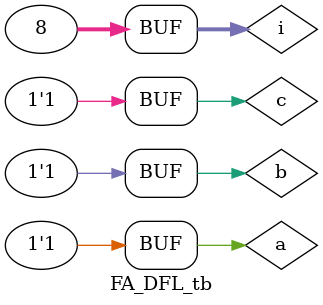
<source format=v>
module FA_DFL(S, C, a, b, c);
    input a, b, c;
    output S, C;
    
    assign S = a ^ b ^ c;
    assign C = (a ^ b) & c | (a & b);

endmodule

module FA_DFL_tb;
    reg a,b,c;
    wire S,C;
    integer i;

    FA_DFL inst(S, C, a, b, c);

    initial begin
        $monitor("A=%0b|B=%0b|Cin=%0b|S=%0b|Cout=%0b", a,b,c,S,C);
        for(i=0;i<8;i=i+1) begin
            {a,b,c} = i;
            #10;
        end
    end

endmodule
    

</source>
